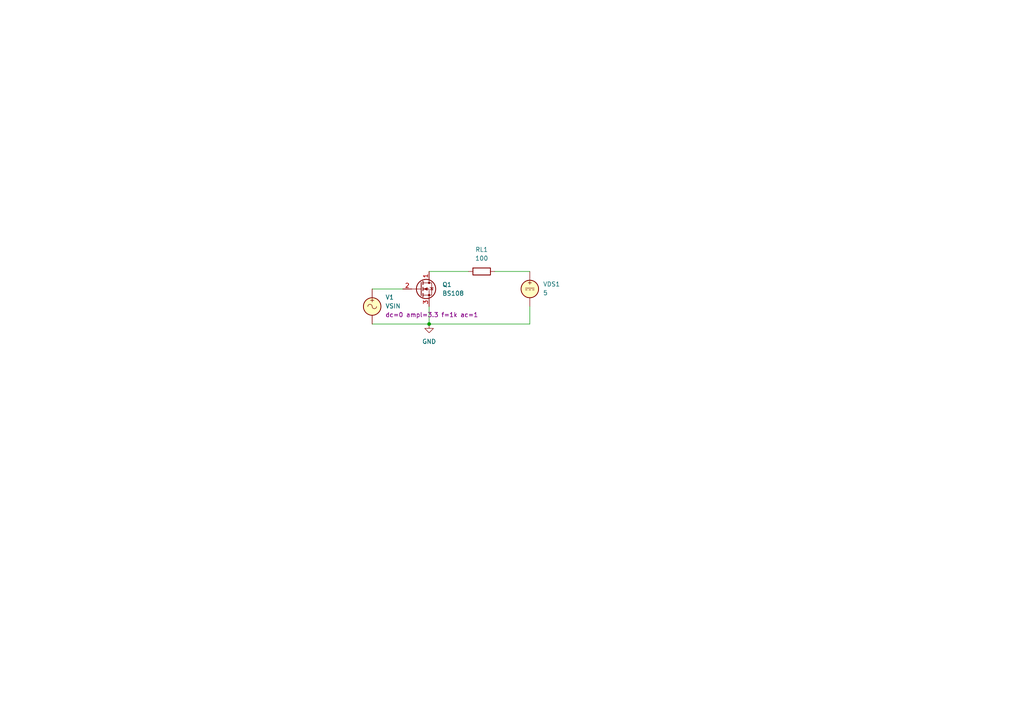
<source format=kicad_sch>
(kicad_sch (version 20231120) (generator "eeschema") (generator_version "8.0")
  (paper "A4")
  (lib_symbols
    (symbol "Device:R" (pin_numbers hide) (pin_names (offset 0))
      (property "Reference" "R" (at 2.032 0 90))
      (property "Value" "R" (at 0 0 90))
      (symbol "R_0_1"
        (rectangle (start -1.016 -2.54) (end 1.016 2.54) (stroke (width 0.254)))
      )
      (symbol "R_1_1"
        (pin passive line (at 0 3.81 270) (length 1.27) (name "~") (number "1"))
        (pin passive line (at 0 -3.81 90) (length 1.27) (name "~") (number "2"))
      )
    )
    (symbol "Simulation_SPICE:VDC" (pin_numbers hide) (pin_names (offset 0.0254))
      (property "Reference" "V" (at 2.54 2.54 0))
      (property "Value" "1" (at 2.54 0 0))
      (symbol "VDC_0_0"
        (polyline (pts (xy -1.27 0.254) (xy 1.27 0.254)))
        (polyline (pts (xy -0.762 -0.254) (xy -1.27 -0.254)))
        (polyline (pts (xy 0.254 -0.254) (xy -0.254 -0.254)))
        (polyline (pts (xy 1.27 -0.254) (xy 0.762 -0.254)))
        (text "+" (at 0 1.905 0) (effects (font (size 1.27 1.27))))
      )
      (symbol "VDC_0_1"
        (circle (center 0 0) (radius 2.54) (stroke (width 0.254)) (fill (type background)))
      )
      (symbol "VDC_1_1"
        (pin passive line (at 0 5.08 270) (length 2.54) (name "~") (number "1"))
        (pin passive line (at 0 -5.08 90) (length 2.54) (name "~") (number "2"))
      )
    )
    (symbol "Simulation_SPICE:VSIN" (pin_numbers hide) (pin_names (offset 0.0254))
      (property "Reference" "V" (at 2.54 2.54 0))
      (property "Value" "VSIN" (at 2.54 0 0))
      (property "Sim.Params" "dc=0 ampl=1 f=1k ac=1" (at 2.54 -2.54 0))
      (symbol "VSIN_0_0"
        (arc (start 0 0) (mid -0.635 0.6323) (end -1.27 0))
        (arc (start 0 0) (mid 0.635 -0.6323) (end 1.27 0))
        (text "+" (at 0 1.905 0) (effects (font (size 1.27 1.27))))
      )
      (symbol "VSIN_0_1"
        (circle (center 0 0) (radius 2.54) (stroke (width 0.254)) (fill (type background)))
      )
      (symbol "VSIN_1_1"
        (pin passive line (at 0 5.08 270) (length 2.54) (name "~") (number "1"))
        (pin passive line (at 0 -5.08 90) (length 2.54) (name "~") (number "2"))
      )
    )
    (symbol "Transistor_FET:BS108" (pin_names hide)
      (property "Reference" "Q" (at 5.08 1.905 0))
      (property "Value" "BS108" (at 5.08 0 0))
      (symbol "BS108_0_1"
        (polyline (pts (xy 0.254 0) (xy -2.54 0)))
        (polyline (pts (xy 0.254 1.905) (xy 0.254 -1.905)) (stroke (width 0.254)))
        (polyline (pts (xy 0.762 -1.27) (xy 0.762 -2.286)) (stroke (width 0.254)))
        (polyline (pts (xy 0.762 0.508) (xy 0.762 -0.508)) (stroke (width 0.254)))
        (polyline (pts (xy 0.762 2.286) (xy 0.762 1.27)) (stroke (width 0.254)))
        (polyline (pts (xy 2.54 2.54) (xy 2.54 1.778)))
        (polyline (pts (xy 2.54 -2.54) (xy 2.54 0) (xy 0.762 0)))
        (polyline (pts (xy 0.762 -1.778) (xy 3.302 -1.778) (xy 3.302 1.778) (xy 0.762 1.778)))
        (polyline (pts (xy 1.016 0) (xy 2.032 0.381) (xy 2.032 -0.381) (xy 1.016 0)) (fill (type outline)))
        (polyline (pts (xy 2.794 0.508) (xy 2.921 0.381) (xy 3.683 0.381) (xy 3.81 0.254)))
        (polyline (pts (xy 3.302 0.381) (xy 2.921 -0.254) (xy 3.683 -0.254) (xy 3.302 0.381)))
        (circle (center 1.651 0) (radius 2.794) (stroke (width 0.254)))
        (circle (center 2.54 -1.778) (radius 0.254) (fill (type outline)))
        (circle (center 2.54 1.778) (radius 0.254) (fill (type outline)))
      )
      (symbol "BS108_1_1"
        (pin passive line (at 2.54 5.08 270) (length 2.54) (name "D") (number "1"))
        (pin input line (at -5.08 0 0) (length 2.54) (name "G") (number "2"))
        (pin passive line (at 2.54 -5.08 90) (length 2.54) (name "S") (number "3"))
      )
    )
    (symbol "power:GND" (power) (pin_numbers hide) (pin_names (offset 0) hide)
      (property "Value" "GND" (at 0 -3.81 0))
      (symbol "GND_0_1"
        (polyline (pts (xy 0 0) (xy 0 -1.27) (xy 1.27 -1.27) (xy 0 -2.54) (xy -1.27 -1.27) (xy 0 -1.27)))
      )
      (symbol "GND_1_1"
        (pin power_in line (at 0 0 270) (length 0) (name "~") (number "1"))
      )
    )
  )
  (junction (at 124.46 93.98))
  (wire (pts (xy 143.51 78.74) (xy 153.67 78.74)))
  (wire (pts (xy 107.95 83.82) (xy 116.84 83.82)))
  (wire (pts (xy 107.95 93.98) (xy 124.46 93.98)))
  (wire (pts (xy 153.67 93.98) (xy 124.46 93.98)))
  (wire (pts (xy 153.67 88.9) (xy 153.67 93.98)))
  (wire (pts (xy 124.46 93.98) (xy 124.46 88.9)))
  (wire (pts (xy 124.46 78.74) (xy 135.89 78.74)))
  (symbol (lib_id "Simulation_SPICE:VDC") (at 153.67 83.82 0) (unit 1)
    (property "Reference" "VDS1" (at 157.48 82.4201 0) (effects (justify left)))
    (property "Value" "5" (at 157.48 84.9601 0) (effects (justify left)))
    (property "Datasheet" "https://ngspice.sourceforge.io/docs/ngspice-html-manual/manual.xhtml#sec_Independent_Sources_for" (effects (hide yes)))
    (property "Description" "Voltage source, DC" (effects (hide yes)))
    (property "Sim.Pins" "1=+ 2=-" (effects (hide yes)))
    (property "Sim.Type" "DC" (effects (hide yes)))
    (property "Sim.Device" "V" (effects (hide yes)))
  )
  (symbol (lib_id "Simulation_SPICE:VSIN") (at 107.95 88.9 0) (unit 1)
    (property "Reference" "V1" (at 111.76 86.2301 0) (effects (justify left)))
    (property "Value" "VSIN" (at 111.76 88.7701 0) (effects (justify left)))
    (property "Datasheet" "https://ngspice.sourceforge.io/docs/ngspice-html-manual/manual.xhtml#sec_Independent_Sources_for" (effects (hide yes)))
    (property "Description" "Voltage source, sinusoidal" (effects (hide yes)))
    (property "Sim.Pins" "1=+ 2=-" (effects (hide yes)))
    (property "Sim.Params" "dc=0 ampl=3.3 f=1k ac=1" (at 111.76 91.3101 0) (effects (justify left)))
    (property "Sim.Type" "SIN" (effects (hide yes)))
    (property "Sim.Device" "V" (effects (hide yes)))
  )
  (symbol (lib_id "power:GND") (at 124.46 93.98 0) (unit 1)
    (property "Reference" "#PWR01" (effects (hide yes)))
    (property "Value" "GND" (at 124.46 99.06 0))
    (property "Description" "Power symbol creates a global label with name \"GND\" , ground" (effects (hide yes)))
  )
  (symbol (lib_id "Device:R") (at 139.7 78.74 270) (unit 1)
    (property "Reference" "RL1" (at 139.7 72.39 90))
    (property "Value" "100" (at 139.7 74.93 90))
    (property "Description" "Resistor" (effects (hide yes)))
  )
  (symbol (lib_id "Transistor_FET:BS108") (at 121.92 83.82 0) (unit 1)
    (property "Reference" "Q1" (at 128.27 82.5499 0) (effects (justify left)))
    (property "Value" "BS108" (at 128.27 85.0899 0) (effects (justify left)))
    (property "Footprint" "Package_TO_SOT_THT:TO-92_Inline" (effects (hide yes)))
    (property "Datasheet" "http://www.redrok.com/MOSFET_BS108_200V_250mA_8O_Vth1.5_TO-92.PDF" (effects (hide yes)))
    (property "Description" "0.25A Id, 200V Vds, N-Channel MOSFET, TO-92" (effects (hide yes)))
    (property "Sim.Device" "NMOS" (effects (hide yes)))
    (property "Sim.Type" "VDMOS" (effects (hide yes)))
    (property "Sim.Pins" "1=D 2=G 3=S" (effects (hide yes)))
    (property "Sim.Params" "vto=1.5 kp=2m lambda=0.01" (effects (hide yes)))
  )
)
</source>
